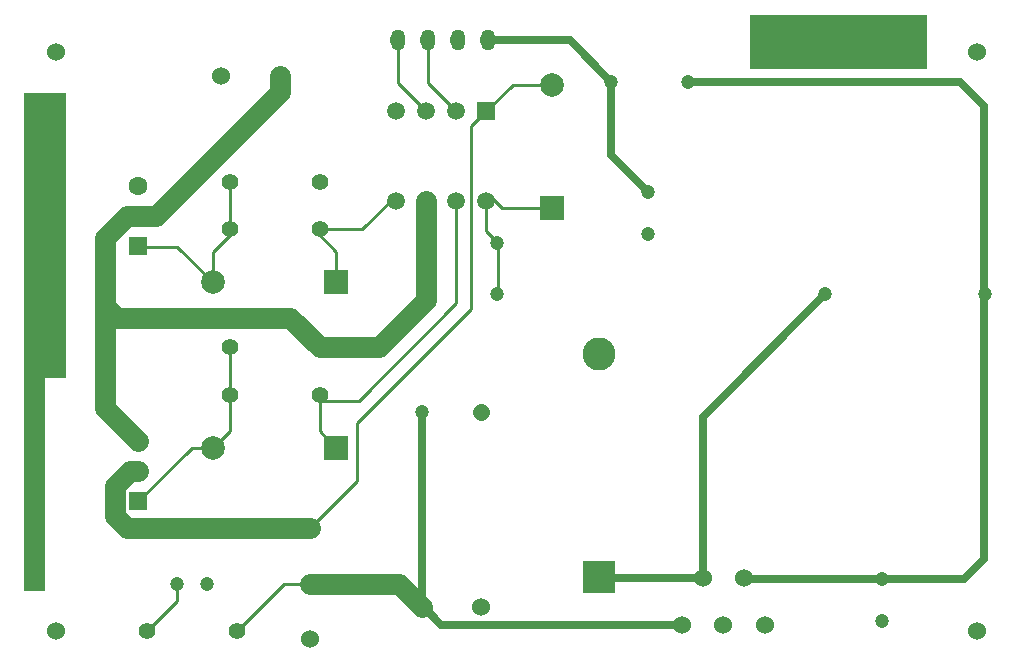
<source format=gtl>
G04*
G04 #@! TF.GenerationSoftware,Altium Limited,Altium Designer,20.0.11 (256)*
G04*
G04 Layer_Physical_Order=1*
G04 Layer_Color=255*
%FSLAX25Y25*%
%MOIN*%
G70*
G01*
G75*
%ADD14C,0.01000*%
%ADD32C,0.07000*%
%ADD33C,0.02700*%
%ADD34C,0.05500*%
%ADD35C,0.04724*%
%ADD36R,0.07874X0.07874*%
%ADD37C,0.07874*%
%ADD38C,0.11024*%
%ADD39R,0.11024X0.11024*%
%ADD40C,0.05512*%
%ADD41R,0.07874X0.07874*%
%ADD42C,0.05906*%
%ADD43R,0.05906X0.05906*%
%ADD44O,0.05000X0.07000*%
%ADD45C,0.06000*%
%ADD46C,0.06299*%
%ADD47R,0.06299X0.06299*%
G36*
X27000Y98000D02*
X20000D01*
Y27000D01*
X13000D01*
Y193000D01*
X27000D01*
Y98000D01*
D02*
G37*
G36*
X314000Y219000D02*
Y201000D01*
X255000Y201000D01*
Y219000D01*
X314000Y219000D01*
D02*
G37*
D14*
X75963Y74900D02*
X81457Y80394D01*
X68900Y74900D02*
X75963D01*
X75866Y74803D02*
X75963Y74900D01*
X51000Y57000D02*
X68900Y74900D01*
X124016Y63779D02*
Y83016D01*
X162000Y121000D02*
Y182000D01*
X108268Y48031D02*
X124016Y63779D01*
Y83016D02*
X162000Y121000D01*
X51000Y142000D02*
X51268Y141732D01*
X64055D01*
X167480Y159449D02*
X172323Y154606D01*
X188976D01*
X125669Y147638D02*
X137480Y159449D01*
X111457Y147638D02*
X125669D01*
X167000Y187000D02*
X175787Y195787D01*
X188976D01*
X64055Y141732D02*
X75866Y129921D01*
X99646Y29528D02*
X108268D01*
X83898Y13780D02*
X99646Y29528D01*
X137480Y196520D02*
X147000Y187000D01*
X137480Y196520D02*
Y210630D01*
X147000Y187000D02*
Y187000D01*
X124551Y90551D02*
X157000Y123000D01*
Y157898D02*
X157480Y158379D01*
X157000Y123000D02*
Y157898D01*
X162000Y182000D02*
X167000Y187000D01*
X147480Y196520D02*
X157000Y187000D01*
X147480Y196520D02*
Y210630D01*
X111457Y90551D02*
X124551D01*
X53898Y13780D02*
X63898Y23779D01*
Y29528D01*
X171000Y143000D02*
X171000Y143000D01*
Y125283D02*
Y143000D01*
X167000Y147000D02*
Y157000D01*
Y147000D02*
X170780Y143220D01*
X157480Y158379D02*
Y159449D01*
X81457Y147638D02*
Y163386D01*
X81457Y106299D02*
X81457Y106299D01*
Y92520D02*
Y106299D01*
X111457Y80394D02*
Y90551D01*
Y80394D02*
X117047Y74803D01*
Y129921D02*
Y140079D01*
X111457Y145669D02*
X117047Y140079D01*
X81457Y80394D02*
Y90551D01*
X75866Y140079D02*
X81457Y145669D01*
X75866Y129921D02*
Y140079D01*
D32*
X43350Y51986D02*
Y62014D01*
X48337Y67000D01*
X43350Y51986D02*
X47305Y48031D01*
X108268D01*
X48337Y67000D02*
X51000D01*
X40000Y88000D02*
X51000Y77000D01*
X40000Y88000D02*
Y122100D01*
X98425Y193425D02*
Y198819D01*
X57000Y152000D02*
X98425Y193425D01*
X47368Y152000D02*
X57000D01*
X40000Y144632D02*
X47368Y152000D01*
X40000Y122100D02*
Y144632D01*
X44100Y118000D02*
X101724D01*
X40000Y122100D02*
X44100Y118000D01*
X101724D02*
X111457Y108268D01*
X137795Y29528D02*
X145669Y21654D01*
X108268Y29528D02*
X137795D01*
X147000Y126000D02*
Y143000D01*
Y157000D01*
Y124000D02*
Y126000D01*
X131268Y108268D02*
X147000Y124000D01*
X111457Y108268D02*
X131268D01*
D33*
X234252Y196850D02*
X324803D01*
X333000Y188654D01*
Y126150D02*
Y188654D01*
X239173Y31496D02*
Y85173D01*
X280302Y126302D01*
X333000Y126150D02*
X333150Y126000D01*
X333000Y125850D02*
X333150Y126000D01*
X299000Y31000D02*
X326276D01*
X254342D02*
X299000D01*
X326276D02*
X333000Y37724D01*
Y125850D01*
X253846Y31496D02*
X254342Y31000D01*
X205039Y31496D02*
X239173D01*
X146125Y21654D02*
X152031Y15748D01*
X232283D01*
X167480Y210630D02*
X194882D01*
X208661Y196850D01*
X221000Y160000D02*
Y160000D01*
X208661Y172339D02*
Y196850D01*
Y172339D02*
X221000Y160000D01*
X145669Y21654D02*
Y86614D01*
D34*
X165354D02*
X165354Y86614D01*
X51000Y77000D02*
Y77216D01*
D35*
X299000Y31000D02*
D03*
Y17221D02*
D03*
X208661Y196850D02*
D03*
X234252D02*
D03*
X221000Y160000D02*
D03*
Y146221D02*
D03*
X147000Y126000D02*
D03*
X170622D02*
D03*
X147000Y143000D02*
D03*
X170622D02*
D03*
X145669Y86614D02*
D03*
X165354D02*
D03*
X63898Y29528D02*
D03*
X73898D02*
D03*
X280000Y126000D02*
D03*
X333150D02*
D03*
D36*
X188976Y154606D02*
D03*
D37*
Y195787D02*
D03*
X75866Y129921D02*
D03*
Y74803D02*
D03*
D38*
X204724Y105984D02*
D03*
D39*
Y31811D02*
D03*
D40*
X111457Y108268D02*
D03*
X81457D02*
D03*
X111457Y147638D02*
D03*
X81457D02*
D03*
X111457Y163386D02*
D03*
X81457D02*
D03*
X111457Y92520D02*
D03*
X81457D02*
D03*
X53898Y13780D02*
D03*
X83898D02*
D03*
D41*
X117047Y129921D02*
D03*
Y74803D02*
D03*
D42*
X137000Y157000D02*
D03*
X147000D02*
D03*
X157000D02*
D03*
X167000D02*
D03*
X137000Y187000D02*
D03*
X147000D02*
D03*
X157000D02*
D03*
D43*
X167000D02*
D03*
D44*
X137480Y210630D02*
D03*
X167480D02*
D03*
X157480D02*
D03*
X147480D02*
D03*
D45*
X78740Y198819D02*
D03*
X98425D02*
D03*
X108268Y48031D02*
D03*
Y29528D02*
D03*
Y11024D02*
D03*
X330709Y13780D02*
D03*
Y206693D02*
D03*
X23622D02*
D03*
Y13780D02*
D03*
X232283Y15748D02*
D03*
X239173Y31496D02*
D03*
X246063Y15748D02*
D03*
X252953Y31496D02*
D03*
X259842Y15748D02*
D03*
X145669Y21654D02*
D03*
X165354D02*
D03*
D46*
X51000Y77000D02*
D03*
Y67000D02*
D03*
Y162000D02*
D03*
Y152000D02*
D03*
D47*
Y57000D02*
D03*
Y142000D02*
D03*
M02*

</source>
